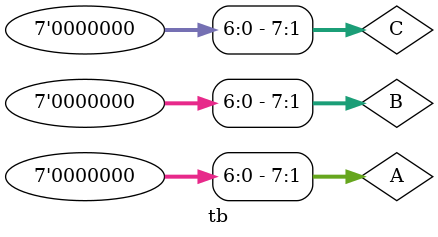
<source format=v>
/*DEFINE NEW ADDITION*/
module addition(
    input a,b,c,d,
    output r
    );
    /* f(A,B,C,D) == (A + ~B + D). (B + ~D) */
    assign r = (a|~b|d) & (b|~d);

endmodule

/*DEFINE ONE BIT ADDER USING NEW ADDITION*/
module one_bit_add(
    input b1,b2,b3,c_in,
    output r,c_out
    );
    // r = f(b1,b2,b3,c_in) 
    addition result(b1,b2,b3,c_in,r);
    // c_out = f(c_in, b1,b2,b3) 
    addition cout(c_in,b1,b2,b3,c_out);

endmodule

/*MAKE 8-BIT ADDER TO ADD THREE NUMBERS*/
module add_three_num(
    input wire [7:0] A,B,C,
    output wire [7:0] r, output wire c_out
    );

    wire [7:0] c; /*TRANSFER CARRY*/
    wire d;
    assign d = 1'b0;

    one_bit_add add0(A[0],B[0],C[0],d,r[0],c[0]);
    one_bit_add add1(A[1],B[1],C[1],c[0],r[1],c[1]);
    one_bit_add add2(A[2],B[2],C[2],c[1],r[2],c[2]);
    one_bit_add add3(A[3],B[3],C[3],c[2],r[3],c[3]);
    one_bit_add add4(A[4],B[4],C[4],c[3],r[4],c[4]);
    one_bit_add add5(A[5],B[5],C[5],c[4],r[5],c[5]);
    one_bit_add add6(A[6],B[6],C[6],c[5],r[6],c[6]);
    one_bit_add add7(A[7],B[7],C[7],c[6],r[7],c[7]);

    assign c_out = c[7];
    
endmodule

/*TEST BENCH*/
module tb;

    reg [7:0] A, B,C;
    wire [7:0] R;
    wire C_out;

    add_three_num finale(A, B, C, R, C_out);

    initial begin
        $display(" A   B   C   Sum");
        $monitor("%d %d %d  %d", A, B, C, R);

        repeat(10) begin
            A = $random;
            B = $random;
            C = $random;
            #25;
        end
    
    end

endmodule
</source>
